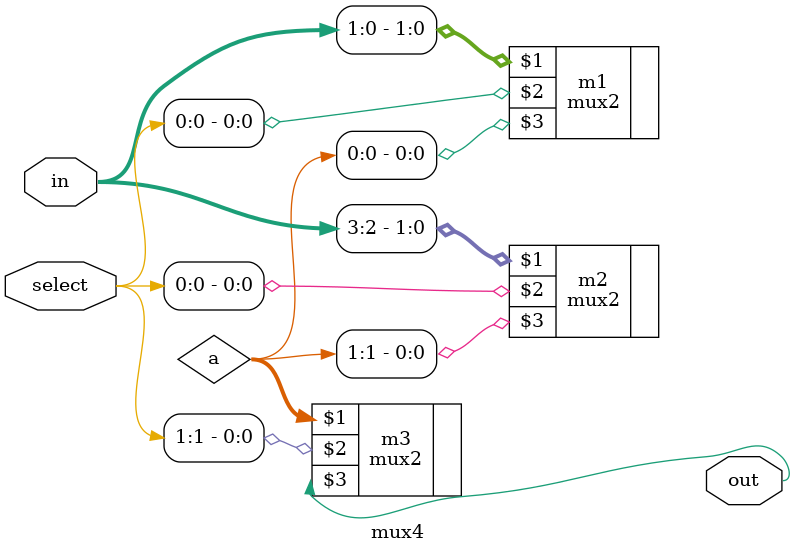
<source format=v>
`include "mux2.v"

module mux4 (
  input [3:0] in,
  input [1:0] select,
  output out
);  
  wire [1:0] a;
  mux2 m1(in[1:0], select[0], a[0]);
  mux2 m2(in[3:2], select[0], a[1]);
  mux2 m3(a, select[1], out);
endmodule

</source>
